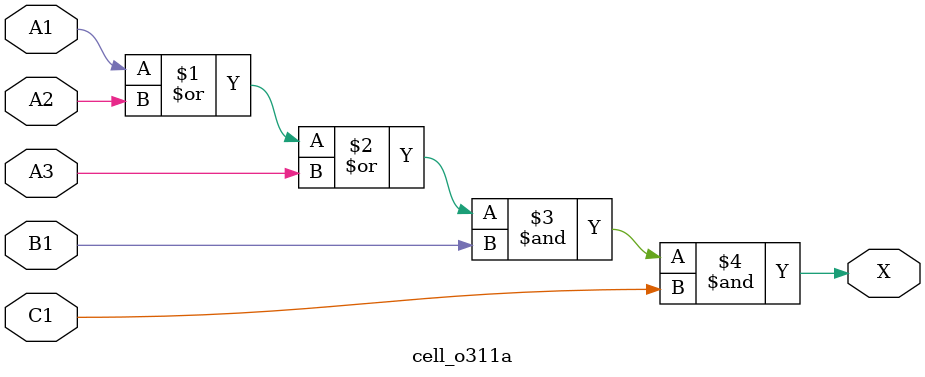
<source format=v>
`timescale 1ps/1ps
module cell_o311a
(
    input wire A1,
    input wire A2,
    input wire A3,
    input wire B1,
    input wire C1,
    output wire X
);
    assign X = ((A1 | A2 | A3) & B1 & C1);
endmodule

</source>
